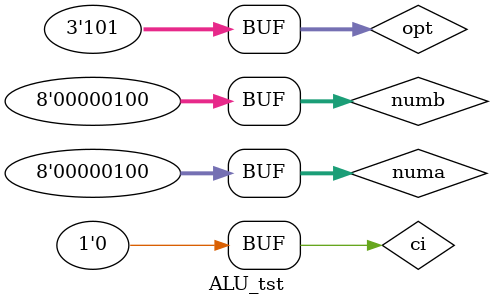
<source format=v>
`timescale 1 ns/ 1 ps
module ALU_tst();

	parameter period = 10;

	reg       ci;
	reg [7:0] numa;
	reg [7:0] numb;
	reg [2:0] opt;

	wire      co;
	wire[7:0] s;
	wire      zero;

	ALU inst1 (
		.opt(opt),
		.numa(numa),
		.numb(numb),
		.ci(ci),
		.s(s),
		.zero(zero),
		.co(co)
	);

	initial begin
		opt  = 0;
		numa = 0;
		numb = 0;
		ci   = 0;
		# period;
		opt  = 1;
		numa = 3;
		numb = 5;
		# period;
		opt  = 2;
		numa = 6;
		numb = 12;
		# period;
		opt  = 3;
		numa = 8'b01010101;
		numb = 8'b10101010;
		# period;
		opt = 4;
		# period;
		opt  = 2;
		numa = 172;
		numb = 36;
		# period;
		opt  = 1;
		numa = 55;
		numb = 254;
		# period;
		opt  = 2;
		numa = -6;
		numb = 12;
		# period;
		opt  = 2;
		numa = -56;
		numb = -112;
		# period;
		opt  = 1;
		# period;
		numa = 255;
		numb = 0;
		ci   = 1;
		opt  = 1;
		# period;
		numa = 5;
		numb = 6;
		ci   = 1;
		opt  = 2;
		# period;
		numa = 3;
		numb = 172;
		ci   = 0;
		opt  = 5;
		# period;
		numa = 96;
		numb = 54;
		ci   = 0;
		opt  = 5;
		# period;
		numa = 4;
		numb = 4;
		ci   = 0;
		opt  = 5;
	end

endmodule

</source>
